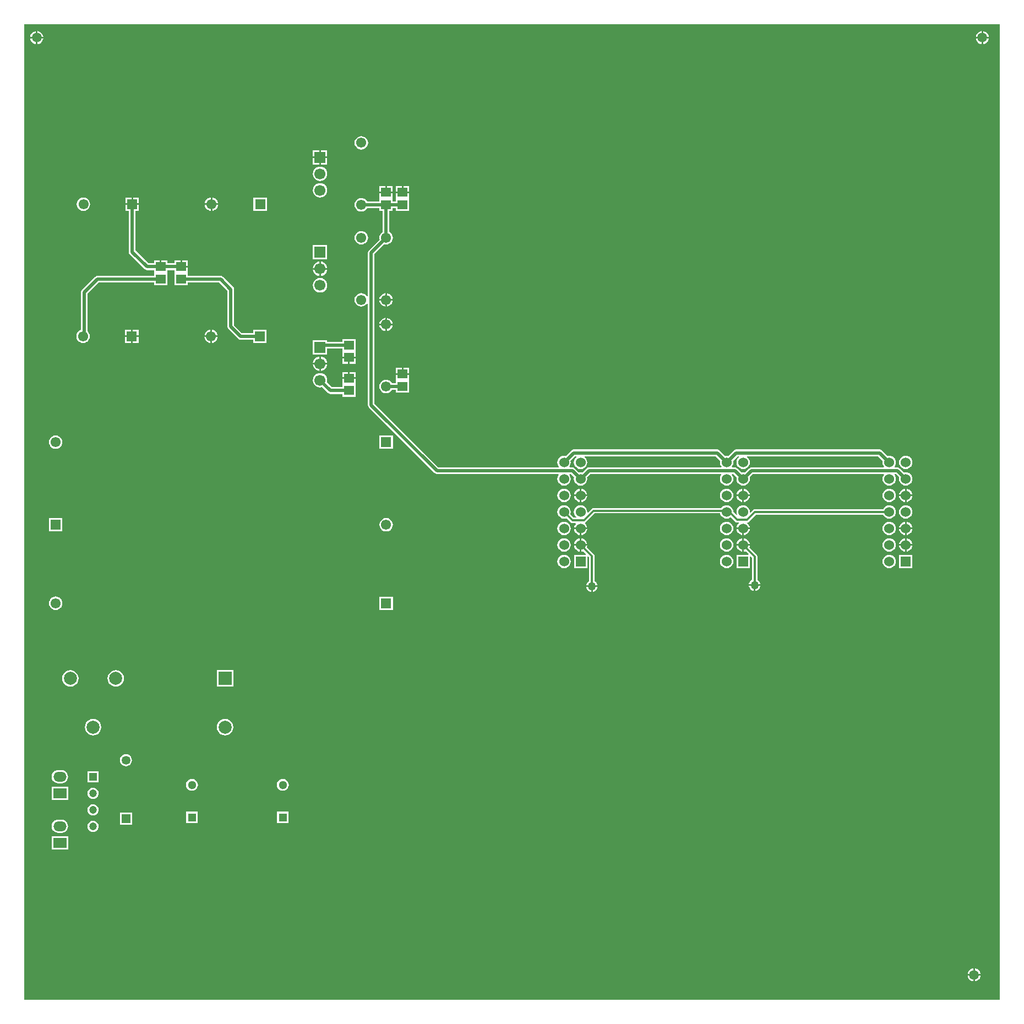
<source format=gtl>
G04*
G04 #@! TF.GenerationSoftware,Altium Limited,Altium Designer,20.0.14 (345)*
G04*
G04 Layer_Physical_Order=1*
G04 Layer_Color=255*
%FSLAX25Y25*%
%MOIN*%
G70*
G01*
G75*
%ADD16C,0.05118*%
%ADD17R,0.05118X0.05118*%
%ADD18C,0.06102*%
%ADD19R,0.06102X0.06102*%
%ADD21C,0.07874*%
%ADD22R,0.07874X0.07874*%
%ADD25C,0.04724*%
%ADD26R,0.04724X0.04724*%
%ADD35R,0.05906X0.05512*%
%ADD36C,0.02000*%
%ADD37C,0.01900*%
%ADD38C,0.01200*%
%ADD39C,0.05315*%
%ADD40R,0.05315X0.05315*%
%ADD41C,0.06024*%
%ADD42R,0.06024X0.06024*%
%ADD43R,0.07874X0.05937*%
%ADD44O,0.07874X0.05937*%
%ADD45C,0.06693*%
%ADD46R,0.06693X0.06693*%
%ADD47C,0.05000*%
%ADD48C,0.05906*%
G36*
X590551Y0D02*
X0D01*
X-0Y590551D01*
X590551D01*
X590551Y0D01*
D02*
G37*
%LPC*%
G36*
X580500Y586421D02*
Y583000D01*
X583921D01*
X583851Y583532D01*
X583453Y584493D01*
X582819Y585319D01*
X581993Y585953D01*
X581032Y586351D01*
X580500Y586421D01*
D02*
G37*
G36*
X579500D02*
X578968Y586351D01*
X578007Y585953D01*
X577181Y585319D01*
X576547Y584493D01*
X576149Y583532D01*
X576079Y583000D01*
X579500D01*
Y586421D01*
D02*
G37*
G36*
X8000D02*
Y583000D01*
X11421D01*
X11351Y583532D01*
X10953Y584493D01*
X10319Y585319D01*
X9493Y585953D01*
X8532Y586351D01*
X8000Y586421D01*
D02*
G37*
G36*
X7000D02*
X6468Y586351D01*
X5507Y585953D01*
X4681Y585319D01*
X4047Y584493D01*
X3649Y583532D01*
X3579Y583000D01*
X7000D01*
Y586421D01*
D02*
G37*
G36*
X583921Y582000D02*
X580500D01*
Y578579D01*
X581032Y578649D01*
X581993Y579047D01*
X582819Y579681D01*
X583453Y580507D01*
X583851Y581468D01*
X583921Y582000D01*
D02*
G37*
G36*
X579500D02*
X576079D01*
X576149Y581468D01*
X576547Y580507D01*
X577181Y579681D01*
X578007Y579047D01*
X578968Y578649D01*
X579500Y578579D01*
Y582000D01*
D02*
G37*
G36*
X11421D02*
X8000D01*
Y578579D01*
X8532Y578649D01*
X9493Y579047D01*
X10319Y579681D01*
X10953Y580507D01*
X11351Y581468D01*
X11421Y582000D01*
D02*
G37*
G36*
X7000D02*
X3579D01*
X3649Y581468D01*
X4047Y580507D01*
X4681Y579681D01*
X5507Y579047D01*
X6468Y578649D01*
X7000Y578579D01*
Y582000D01*
D02*
G37*
G36*
X204000Y522866D02*
X202942Y522726D01*
X201957Y522318D01*
X201111Y521669D01*
X200461Y520823D01*
X200053Y519837D01*
X199914Y518780D01*
X200053Y517722D01*
X200461Y516737D01*
X201111Y515890D01*
X201957Y515241D01*
X202942Y514833D01*
X204000Y514693D01*
X205058Y514833D01*
X206043Y515241D01*
X206889Y515890D01*
X207539Y516737D01*
X207947Y517722D01*
X208086Y518780D01*
X207947Y519837D01*
X207539Y520823D01*
X206889Y521669D01*
X206043Y522318D01*
X205058Y522726D01*
X204000Y522866D01*
D02*
G37*
G36*
X183346Y514347D02*
X179500D01*
Y510500D01*
X183346D01*
Y514347D01*
D02*
G37*
G36*
X178500D02*
X174653D01*
Y510500D01*
X178500D01*
Y514347D01*
D02*
G37*
G36*
X183346Y509500D02*
X179500D01*
Y505653D01*
X183346D01*
Y509500D01*
D02*
G37*
G36*
X178500D02*
X174653D01*
Y505653D01*
X178500D01*
Y509500D01*
D02*
G37*
G36*
X179000Y504384D02*
X177865Y504235D01*
X176808Y503797D01*
X175900Y503100D01*
X175203Y502192D01*
X174765Y501135D01*
X174616Y500000D01*
X174765Y498865D01*
X175203Y497808D01*
X175900Y496900D01*
X176808Y496203D01*
X177865Y495765D01*
X179000Y495616D01*
X180135Y495765D01*
X181192Y496203D01*
X182100Y496900D01*
X182797Y497808D01*
X183235Y498865D01*
X183384Y500000D01*
X183235Y501135D01*
X182797Y502192D01*
X182100Y503100D01*
X181192Y503797D01*
X180135Y504235D01*
X179000Y504384D01*
D02*
G37*
G36*
X222953Y492496D02*
X219500D01*
Y489240D01*
X222953D01*
Y492496D01*
D02*
G37*
G36*
X218500D02*
X215047D01*
Y489240D01*
X218500D01*
Y492496D01*
D02*
G37*
G36*
X232953Y492496D02*
X229500D01*
Y489240D01*
X232953D01*
Y492496D01*
D02*
G37*
G36*
X228500D02*
X225047D01*
Y489240D01*
X228500D01*
Y492496D01*
D02*
G37*
G36*
X179000Y494384D02*
X177865Y494235D01*
X176808Y493797D01*
X175900Y493100D01*
X175203Y492192D01*
X174765Y491135D01*
X174616Y490000D01*
X174765Y488865D01*
X175203Y487808D01*
X175900Y486900D01*
X176808Y486203D01*
X177865Y485765D01*
X179000Y485616D01*
X180135Y485765D01*
X181192Y486203D01*
X182100Y486900D01*
X182797Y487808D01*
X183235Y488865D01*
X183384Y490000D01*
X183235Y491135D01*
X182797Y492192D01*
X182100Y493100D01*
X181192Y493797D01*
X180135Y494235D01*
X179000Y494384D01*
D02*
G37*
G36*
X222953Y488240D02*
X219000D01*
X215047D01*
Y484984D01*
Y483209D01*
X207561D01*
X207539Y483263D01*
X206889Y484110D01*
X206043Y484759D01*
X205058Y485167D01*
X204000Y485307D01*
X202942Y485167D01*
X201957Y484759D01*
X201111Y484110D01*
X200461Y483263D01*
X200053Y482278D01*
X199914Y481220D01*
X200053Y480163D01*
X200461Y479177D01*
X201111Y478331D01*
X201957Y477682D01*
X202942Y477274D01*
X204000Y477134D01*
X205058Y477274D01*
X206043Y477682D01*
X206889Y478331D01*
X207539Y479177D01*
X207561Y479232D01*
X215047D01*
Y477504D01*
X217012D01*
Y464841D01*
X216957Y464818D01*
X216111Y464169D01*
X215461Y463323D01*
X215053Y462337D01*
X214914Y461279D01*
X215053Y460222D01*
X215076Y460167D01*
X208594Y453685D01*
X208163Y453040D01*
X208012Y452280D01*
Y426088D01*
X207566Y425797D01*
X207512Y425799D01*
X206889Y426610D01*
X206043Y427259D01*
X205058Y427667D01*
X204000Y427807D01*
X202942Y427667D01*
X201957Y427259D01*
X201111Y426610D01*
X200461Y425764D01*
X200053Y424778D01*
X199914Y423721D01*
X200053Y422663D01*
X200461Y421677D01*
X201111Y420831D01*
X201957Y420182D01*
X202942Y419774D01*
X204000Y419634D01*
X205058Y419774D01*
X206043Y420182D01*
X206889Y420831D01*
X207512Y421642D01*
X207566Y421644D01*
X208012Y421352D01*
Y360000D01*
X208163Y359239D01*
X208594Y358594D01*
X248331Y318857D01*
X248976Y318426D01*
X249737Y318275D01*
X322763D01*
X322763Y318275D01*
X323386D01*
X323633Y317775D01*
X323267Y317299D01*
X322863Y316323D01*
X322725Y315276D01*
X322863Y314228D01*
X323267Y313252D01*
X323910Y312414D01*
X324748Y311771D01*
X325724Y311367D01*
X326772Y311229D01*
X327819Y311367D01*
X328795Y311771D01*
X329633Y312414D01*
X330276Y313252D01*
X330680Y314228D01*
X330818Y315276D01*
X330680Y316323D01*
X330276Y317299D01*
X329911Y317775D01*
X330157Y318275D01*
X330961D01*
X332878Y316358D01*
X332863Y316323D01*
X332725Y315276D01*
X332863Y314228D01*
X333267Y313252D01*
X333910Y312414D01*
X334748Y311771D01*
X335724Y311367D01*
X336772Y311229D01*
X337819Y311367D01*
X338795Y311771D01*
X339633Y312414D01*
X340276Y313252D01*
X340680Y314228D01*
X340818Y315276D01*
X340680Y316323D01*
X340666Y316358D01*
X342583Y318275D01*
X421811D01*
X422058Y317775D01*
X421693Y317299D01*
X421288Y316323D01*
X421150Y315276D01*
X421288Y314228D01*
X421693Y313252D01*
X422336Y312414D01*
X423174Y311771D01*
X424150Y311367D01*
X425197Y311229D01*
X426244Y311367D01*
X427220Y311771D01*
X428058Y312414D01*
X428701Y313252D01*
X429105Y314228D01*
X429243Y315276D01*
X429105Y316323D01*
X428701Y317299D01*
X428336Y317775D01*
X428582Y318275D01*
X429386D01*
X431303Y316358D01*
X431288Y316323D01*
X431150Y315276D01*
X431288Y314228D01*
X431693Y313252D01*
X432336Y312414D01*
X433174Y311771D01*
X434150Y311367D01*
X435197Y311229D01*
X436244Y311367D01*
X437220Y311771D01*
X438058Y312414D01*
X438701Y313252D01*
X439105Y314228D01*
X439243Y315276D01*
X439105Y316323D01*
X439091Y316358D01*
X441008Y318275D01*
X520236D01*
X520483Y317775D01*
X520118Y317299D01*
X519713Y316323D01*
X519576Y315276D01*
X519713Y314228D01*
X520118Y313252D01*
X520761Y312414D01*
X521599Y311771D01*
X522575Y311367D01*
X523622Y311229D01*
X524669Y311367D01*
X525645Y311771D01*
X526483Y312414D01*
X527126Y313252D01*
X527531Y314228D01*
X527669Y315276D01*
X527531Y316323D01*
X527126Y317299D01*
X526761Y317775D01*
X527008Y318275D01*
X527811D01*
X529728Y316358D01*
X529713Y316323D01*
X529576Y315276D01*
X529713Y314228D01*
X530118Y313252D01*
X530761Y312414D01*
X531599Y311771D01*
X532575Y311367D01*
X533622Y311229D01*
X534669Y311367D01*
X535645Y311771D01*
X536483Y312414D01*
X537126Y313252D01*
X537531Y314228D01*
X537669Y315276D01*
X537531Y316323D01*
X537126Y317299D01*
X536483Y318137D01*
X535645Y318780D01*
X534669Y319184D01*
X533622Y319322D01*
X532575Y319184D01*
X532540Y319170D01*
X530041Y321669D01*
X529395Y322100D01*
X528635Y322251D01*
X526988D01*
X526742Y322751D01*
X527126Y323252D01*
X527531Y324228D01*
X527669Y325276D01*
X527531Y326323D01*
X527126Y327299D01*
X526483Y328137D01*
X525645Y328780D01*
X524669Y329184D01*
X523622Y329322D01*
X522595Y329187D01*
X519277Y332505D01*
X518615Y332947D01*
X517835Y333102D01*
X430984D01*
X430204Y332947D01*
X429542Y332505D01*
X426224Y329187D01*
X425197Y329322D01*
X424169Y329187D01*
X420851Y332505D01*
X420190Y332947D01*
X419410Y333102D01*
X332559D01*
X331779Y332947D01*
X331117Y332505D01*
X327799Y329187D01*
X326772Y329322D01*
X325724Y329184D01*
X324748Y328780D01*
X323910Y328137D01*
X323267Y327299D01*
X322863Y326323D01*
X322725Y325276D01*
X322863Y324228D01*
X323267Y323252D01*
X323652Y322751D01*
X323405Y322251D01*
X322763D01*
X322763Y322251D01*
X250561D01*
X211988Y360823D01*
Y451456D01*
X217888Y457355D01*
X217942Y457333D01*
X219000Y457193D01*
X220058Y457333D01*
X221043Y457741D01*
X221889Y458390D01*
X222539Y459236D01*
X222947Y460222D01*
X223086Y461279D01*
X222947Y462337D01*
X222539Y463323D01*
X221889Y464169D01*
X221043Y464818D01*
X220988Y464841D01*
Y477504D01*
X222953D01*
Y479272D01*
X225047D01*
Y477504D01*
X232953D01*
Y484984D01*
Y488240D01*
X225047D01*
Y484984D01*
Y483248D01*
X222953D01*
Y484984D01*
Y488240D01*
D02*
G37*
G36*
X69331Y485665D02*
X65780D01*
Y482114D01*
X69331D01*
Y485665D01*
D02*
G37*
G36*
X113752Y485635D02*
Y482114D01*
X117272D01*
X117199Y482672D01*
X116791Y483657D01*
X116141Y484504D01*
X115295Y485153D01*
X114310Y485561D01*
X113752Y485635D01*
D02*
G37*
G36*
X112752Y485635D02*
X112194Y485561D01*
X111209Y485153D01*
X110363Y484504D01*
X109713Y483657D01*
X109305Y482672D01*
X109232Y482114D01*
X112752D01*
Y485635D01*
D02*
G37*
G36*
X64780Y485665D02*
X61228D01*
Y482114D01*
X64780D01*
Y485665D01*
D02*
G37*
G36*
X112752Y481114D02*
X109232D01*
X109305Y480557D01*
X109713Y479571D01*
X110363Y478725D01*
X111209Y478076D01*
X112194Y477667D01*
X112752Y477594D01*
Y481114D01*
D02*
G37*
G36*
X117272D02*
X113752D01*
Y477594D01*
X114310Y477667D01*
X115295Y478076D01*
X116141Y478725D01*
X116791Y479571D01*
X117199Y480557D01*
X117272Y481114D01*
D02*
G37*
G36*
X146831Y485665D02*
X138728D01*
Y477563D01*
X146831D01*
Y485665D01*
D02*
G37*
G36*
X35752Y485700D02*
X34694Y485561D01*
X33709Y485153D01*
X32863Y484504D01*
X32213Y483657D01*
X31805Y482672D01*
X31666Y481614D01*
X31805Y480557D01*
X32213Y479571D01*
X32863Y478725D01*
X33709Y478076D01*
X34694Y477667D01*
X35752Y477528D01*
X36810Y477667D01*
X37795Y478076D01*
X38641Y478725D01*
X39291Y479571D01*
X39699Y480557D01*
X39838Y481614D01*
X39699Y482672D01*
X39291Y483657D01*
X38641Y484504D01*
X37795Y485153D01*
X36810Y485561D01*
X35752Y485700D01*
D02*
G37*
G36*
X204000Y465366D02*
X202942Y465226D01*
X201957Y464818D01*
X201111Y464169D01*
X200461Y463323D01*
X200053Y462337D01*
X199914Y461279D01*
X200053Y460222D01*
X200461Y459236D01*
X201111Y458390D01*
X201957Y457741D01*
X202942Y457333D01*
X204000Y457193D01*
X205058Y457333D01*
X206043Y457741D01*
X206889Y458390D01*
X207539Y459236D01*
X207947Y460222D01*
X208086Y461279D01*
X207947Y462337D01*
X207539Y463323D01*
X206889Y464169D01*
X206043Y464818D01*
X205058Y465226D01*
X204000Y465366D01*
D02*
G37*
G36*
X183346Y456847D02*
X174653D01*
Y448153D01*
X183346D01*
Y456847D01*
D02*
G37*
G36*
X98953Y447496D02*
X95500D01*
Y444240D01*
X98953D01*
Y447496D01*
D02*
G37*
G36*
X179500Y446818D02*
Y443000D01*
X183318D01*
X183235Y443635D01*
X182797Y444692D01*
X182100Y445600D01*
X181192Y446297D01*
X180135Y446735D01*
X179500Y446818D01*
D02*
G37*
G36*
X178500D02*
X177865Y446735D01*
X176808Y446297D01*
X175900Y445600D01*
X175203Y444692D01*
X174765Y443635D01*
X174682Y443000D01*
X178500D01*
Y446818D01*
D02*
G37*
G36*
X183318Y442000D02*
X179500D01*
Y438182D01*
X180135Y438265D01*
X181192Y438703D01*
X182100Y439400D01*
X182797Y440308D01*
X183235Y441365D01*
X183318Y442000D01*
D02*
G37*
G36*
X178500D02*
X174682D01*
X174765Y441365D01*
X175203Y440308D01*
X175900Y439400D01*
X176808Y438703D01*
X177865Y438265D01*
X178500Y438182D01*
Y442000D01*
D02*
G37*
G36*
X179000Y436884D02*
X177865Y436735D01*
X176808Y436297D01*
X175900Y435600D01*
X175203Y434692D01*
X174765Y433635D01*
X174616Y432500D01*
X174765Y431365D01*
X175203Y430308D01*
X175900Y429400D01*
X176808Y428703D01*
X177865Y428265D01*
X179000Y428116D01*
X180135Y428265D01*
X181192Y428703D01*
X182100Y429400D01*
X182797Y430308D01*
X183235Y431365D01*
X183384Y432500D01*
X183235Y433635D01*
X182797Y434692D01*
X182100Y435600D01*
X181192Y436297D01*
X180135Y436735D01*
X179000Y436884D01*
D02*
G37*
G36*
X219500Y427741D02*
Y424221D01*
X223020D01*
X222947Y424778D01*
X222539Y425764D01*
X221889Y426610D01*
X221043Y427259D01*
X220058Y427667D01*
X219500Y427741D01*
D02*
G37*
G36*
X218500Y427741D02*
X217942Y427667D01*
X216957Y427259D01*
X216111Y426610D01*
X215461Y425764D01*
X215053Y424778D01*
X214980Y424221D01*
X218500D01*
Y427741D01*
D02*
G37*
G36*
X223020Y423220D02*
X219500D01*
Y419700D01*
X220058Y419774D01*
X221043Y420182D01*
X221889Y420831D01*
X222539Y421677D01*
X222947Y422663D01*
X223020Y423220D01*
D02*
G37*
G36*
X218500D02*
X214980D01*
X215053Y422663D01*
X215461Y421677D01*
X216111Y420831D01*
X216957Y420182D01*
X217942Y419774D01*
X218500Y419700D01*
Y423220D01*
D02*
G37*
G36*
X219500Y412800D02*
Y409279D01*
X223020D01*
X222947Y409837D01*
X222539Y410823D01*
X221889Y411669D01*
X221043Y412318D01*
X220058Y412726D01*
X219500Y412800D01*
D02*
G37*
G36*
X218500Y412800D02*
X217942Y412726D01*
X216957Y412318D01*
X216111Y411669D01*
X215461Y410823D01*
X215053Y409837D01*
X214980Y409279D01*
X218500D01*
Y412800D01*
D02*
G37*
G36*
Y408280D02*
X214980D01*
X215053Y407722D01*
X215461Y406737D01*
X216111Y405890D01*
X216957Y405241D01*
X217942Y404833D01*
X218500Y404759D01*
Y408280D01*
D02*
G37*
G36*
X223020D02*
X219500D01*
Y404759D01*
X220058Y404833D01*
X221043Y405241D01*
X221889Y405890D01*
X222539Y406737D01*
X222947Y407722D01*
X223020Y408280D01*
D02*
G37*
G36*
X113516Y405634D02*
Y402114D01*
X117036D01*
X116963Y402672D01*
X116554Y403657D01*
X115905Y404503D01*
X115059Y405153D01*
X114073Y405561D01*
X113516Y405634D01*
D02*
G37*
G36*
X69095Y405665D02*
X65543D01*
Y402114D01*
X69095D01*
Y405665D01*
D02*
G37*
G36*
X112516Y405634D02*
X111958Y405561D01*
X110973Y405153D01*
X110126Y404503D01*
X109477Y403657D01*
X109069Y402672D01*
X108995Y402114D01*
X112516D01*
Y405634D01*
D02*
G37*
G36*
X64543Y405665D02*
X60992D01*
Y402114D01*
X64543D01*
Y405665D01*
D02*
G37*
G36*
X200453Y399996D02*
X192547D01*
Y398228D01*
X183346D01*
Y399346D01*
X174653D01*
Y390653D01*
X183346D01*
Y394252D01*
X192547D01*
Y392484D01*
Y389260D01*
X196500D01*
X200453D01*
Y392484D01*
Y399996D01*
D02*
G37*
G36*
X117036Y401114D02*
X113516D01*
Y397594D01*
X114073Y397667D01*
X115059Y398076D01*
X115905Y398725D01*
X116554Y399571D01*
X116963Y400557D01*
X117036Y401114D01*
D02*
G37*
G36*
X112516D02*
X108995D01*
X109069Y400557D01*
X109477Y399571D01*
X110126Y398725D01*
X110973Y398076D01*
X111958Y397667D01*
X112516Y397594D01*
Y401114D01*
D02*
G37*
G36*
X69331Y481114D02*
X65280D01*
X61228D01*
Y477563D01*
X63240D01*
Y452720D01*
X63396Y451940D01*
X63838Y451279D01*
X72818Y442298D01*
X73479Y441856D01*
X74260Y441701D01*
X78547D01*
Y438299D01*
X44260D01*
X43479Y438144D01*
X42818Y437702D01*
X34878Y429762D01*
X34436Y429100D01*
X34281Y428320D01*
Y405488D01*
X33473Y405153D01*
X32626Y404503D01*
X31977Y403657D01*
X31569Y402672D01*
X31430Y401614D01*
X31569Y400557D01*
X31977Y399571D01*
X32626Y398725D01*
X33473Y398076D01*
X34458Y397667D01*
X35516Y397528D01*
X36573Y397667D01*
X37559Y398076D01*
X38405Y398725D01*
X39055Y399571D01*
X39463Y400557D01*
X39602Y401614D01*
X39463Y402672D01*
X39055Y403657D01*
X38405Y404503D01*
X38359Y404539D01*
Y427475D01*
X45105Y434221D01*
X78547D01*
Y432504D01*
X86453D01*
Y439984D01*
Y441701D01*
X91047D01*
Y439984D01*
Y432504D01*
X98953D01*
Y434221D01*
X117895D01*
X122961Y429155D01*
Y407500D01*
X123116Y406720D01*
X123558Y406058D01*
X129444Y400172D01*
X130105Y399730D01*
X130886Y399575D01*
X130886Y399575D01*
X138492D01*
Y397563D01*
X146595D01*
Y405665D01*
X138492D01*
Y403653D01*
X131730D01*
X127039Y408345D01*
Y430000D01*
X126884Y430780D01*
X126442Y431442D01*
X126442Y431442D01*
X120182Y437702D01*
X119520Y438144D01*
X118740Y438299D01*
X98953D01*
Y439984D01*
Y443240D01*
X95000D01*
Y443740D01*
X94500D01*
Y447496D01*
X91047D01*
Y445779D01*
X86453D01*
Y447496D01*
X83000D01*
Y443740D01*
X82000D01*
Y447496D01*
X78547D01*
Y445779D01*
X75104D01*
X67319Y453565D01*
Y477563D01*
X69331D01*
Y481114D01*
D02*
G37*
G36*
X69095Y401114D02*
X65543D01*
Y397563D01*
X69095D01*
Y401114D01*
D02*
G37*
G36*
X64543D02*
X60992D01*
Y397563D01*
X64543D01*
Y401114D01*
D02*
G37*
G36*
X179500Y389318D02*
Y385500D01*
X183318D01*
X183235Y386135D01*
X182797Y387192D01*
X182100Y388100D01*
X181192Y388797D01*
X180135Y389235D01*
X179500Y389318D01*
D02*
G37*
G36*
X178500D02*
X177865Y389235D01*
X176808Y388797D01*
X175900Y388100D01*
X175203Y387192D01*
X174765Y386135D01*
X174682Y385500D01*
X178500D01*
Y389318D01*
D02*
G37*
G36*
X200453Y388260D02*
X197000D01*
Y385004D01*
X200453D01*
Y388260D01*
D02*
G37*
G36*
X196000D02*
X192547D01*
Y385004D01*
X196000D01*
Y388260D01*
D02*
G37*
G36*
X183318Y384500D02*
X179500D01*
Y380682D01*
X180135Y380765D01*
X181192Y381203D01*
X182100Y381900D01*
X182797Y382808D01*
X183235Y383865D01*
X183318Y384500D01*
D02*
G37*
G36*
X178500D02*
X174682D01*
X174765Y383865D01*
X175203Y382808D01*
X175900Y381900D01*
X176808Y381203D01*
X177865Y380765D01*
X178500Y380682D01*
Y384500D01*
D02*
G37*
G36*
X232953Y382496D02*
X229500D01*
Y379240D01*
X232953D01*
Y382496D01*
D02*
G37*
G36*
X228500D02*
X225047D01*
Y379240D01*
X228500D01*
Y382496D01*
D02*
G37*
G36*
X200453Y379996D02*
X197000D01*
Y376740D01*
X200453D01*
Y379996D01*
D02*
G37*
G36*
X196000D02*
X192547D01*
Y376740D01*
X196000D01*
Y379996D01*
D02*
G37*
G36*
X232953Y378240D02*
X225047D01*
Y374984D01*
Y373248D01*
X222545D01*
X222539Y373264D01*
X221889Y374110D01*
X221043Y374759D01*
X220058Y375167D01*
X219000Y375307D01*
X217942Y375167D01*
X216957Y374759D01*
X216111Y374110D01*
X215461Y373264D01*
X215053Y372278D01*
X214914Y371220D01*
X215053Y370163D01*
X215461Y369177D01*
X216111Y368331D01*
X216957Y367682D01*
X217942Y367274D01*
X219000Y367134D01*
X220058Y367274D01*
X221043Y367682D01*
X221889Y368331D01*
X222539Y369177D01*
X222578Y369272D01*
X225047D01*
Y367504D01*
X232953D01*
Y374984D01*
Y378240D01*
D02*
G37*
G36*
X179000Y379384D02*
X177865Y379235D01*
X176808Y378797D01*
X175900Y378100D01*
X175203Y377192D01*
X174765Y376135D01*
X174616Y375000D01*
X174765Y373865D01*
X175203Y372808D01*
X175900Y371900D01*
X176808Y371203D01*
X177865Y370765D01*
X179000Y370616D01*
X180135Y370765D01*
X180287Y370829D01*
X183798Y367318D01*
X183798Y367318D01*
X184460Y366876D01*
X185240Y366721D01*
X192547D01*
Y365004D01*
X200453D01*
Y372484D01*
Y375740D01*
X192547D01*
Y372484D01*
Y370799D01*
X186085D01*
X183171Y373713D01*
X183235Y373865D01*
X183384Y375000D01*
X183235Y376135D01*
X182797Y377192D01*
X182100Y378100D01*
X181192Y378797D01*
X180135Y379235D01*
X179000Y379384D01*
D02*
G37*
G36*
X223098Y341551D02*
X214996D01*
Y333449D01*
X223098D01*
Y341551D01*
D02*
G37*
G36*
X18953Y341586D02*
X17895Y341447D01*
X16910Y341039D01*
X16063Y340389D01*
X15414Y339543D01*
X15006Y338558D01*
X14867Y337500D01*
X15006Y336442D01*
X15414Y335457D01*
X16063Y334611D01*
X16910Y333961D01*
X17895Y333553D01*
X18953Y333414D01*
X20010Y333553D01*
X20996Y333961D01*
X21842Y334611D01*
X22491Y335457D01*
X22900Y336442D01*
X23039Y337500D01*
X22900Y338558D01*
X22491Y339543D01*
X21842Y340389D01*
X20996Y341039D01*
X20010Y341447D01*
X18953Y341586D01*
D02*
G37*
G36*
X533622Y329322D02*
X532575Y329184D01*
X531599Y328780D01*
X530761Y328137D01*
X530118Y327299D01*
X529713Y326323D01*
X529576Y325276D01*
X529713Y324228D01*
X530118Y323252D01*
X530761Y322414D01*
X531599Y321771D01*
X532575Y321367D01*
X533622Y321229D01*
X534669Y321367D01*
X535645Y321771D01*
X536483Y322414D01*
X537126Y323252D01*
X537531Y324228D01*
X537669Y325276D01*
X537531Y326323D01*
X537126Y327299D01*
X536483Y328137D01*
X535645Y328780D01*
X534669Y329184D01*
X533622Y329322D01*
D02*
G37*
G36*
X534122Y309256D02*
Y305776D01*
X537603D01*
X537531Y306323D01*
X537126Y307299D01*
X536483Y308137D01*
X535645Y308780D01*
X534669Y309184D01*
X534122Y309256D01*
D02*
G37*
G36*
X533122D02*
X532575Y309184D01*
X531599Y308780D01*
X530761Y308137D01*
X530118Y307299D01*
X529713Y306323D01*
X529641Y305776D01*
X533122D01*
Y309256D01*
D02*
G37*
G36*
X435697Y309256D02*
Y305776D01*
X439178D01*
X439105Y306323D01*
X438701Y307299D01*
X438058Y308137D01*
X437220Y308780D01*
X436244Y309184D01*
X435697Y309256D01*
D02*
G37*
G36*
X337272D02*
Y305776D01*
X340752D01*
X340680Y306323D01*
X340276Y307299D01*
X339633Y308137D01*
X338795Y308780D01*
X337819Y309184D01*
X337272Y309256D01*
D02*
G37*
G36*
X434697Y309256D02*
X434150Y309184D01*
X433174Y308780D01*
X432336Y308137D01*
X431693Y307299D01*
X431288Y306323D01*
X431216Y305776D01*
X434697D01*
Y309256D01*
D02*
G37*
G36*
X336272D02*
X335724Y309184D01*
X334748Y308780D01*
X333910Y308137D01*
X333267Y307299D01*
X332863Y306323D01*
X332791Y305776D01*
X336272D01*
Y309256D01*
D02*
G37*
G36*
X434697Y304776D02*
X431216D01*
X431288Y304228D01*
X431693Y303252D01*
X432336Y302414D01*
X433174Y301771D01*
X434150Y301367D01*
X434697Y301295D01*
Y304776D01*
D02*
G37*
G36*
X336272D02*
X332791D01*
X332863Y304228D01*
X333267Y303252D01*
X333910Y302414D01*
X334748Y301771D01*
X335724Y301367D01*
X336272Y301295D01*
Y304776D01*
D02*
G37*
G36*
X533122Y304776D02*
X529641D01*
X529713Y304228D01*
X530118Y303252D01*
X530761Y302414D01*
X531599Y301771D01*
X532575Y301367D01*
X533122Y301295D01*
Y304776D01*
D02*
G37*
G36*
X537603D02*
X534122D01*
Y301295D01*
X534669Y301367D01*
X535645Y301771D01*
X536483Y302414D01*
X537126Y303252D01*
X537531Y304228D01*
X537603Y304776D01*
D02*
G37*
G36*
X439178Y304776D02*
X435697D01*
Y301295D01*
X436244Y301367D01*
X437220Y301771D01*
X438058Y302414D01*
X438701Y303252D01*
X439105Y304228D01*
X439178Y304776D01*
D02*
G37*
G36*
X340752D02*
X337272D01*
Y301295D01*
X337819Y301367D01*
X338795Y301771D01*
X339633Y302414D01*
X340276Y303252D01*
X340680Y304228D01*
X340752Y304776D01*
D02*
G37*
G36*
X523622Y309322D02*
X522575Y309184D01*
X521599Y308780D01*
X520761Y308137D01*
X520118Y307299D01*
X519713Y306323D01*
X519576Y305276D01*
X519713Y304228D01*
X520118Y303252D01*
X520761Y302414D01*
X521599Y301771D01*
X522575Y301367D01*
X523622Y301229D01*
X524669Y301367D01*
X525645Y301771D01*
X526483Y302414D01*
X527126Y303252D01*
X527531Y304228D01*
X527669Y305276D01*
X527531Y306323D01*
X527126Y307299D01*
X526483Y308137D01*
X525645Y308780D01*
X524669Y309184D01*
X523622Y309322D01*
D02*
G37*
G36*
X425197D02*
X424150Y309184D01*
X423174Y308780D01*
X422336Y308137D01*
X421693Y307299D01*
X421288Y306323D01*
X421150Y305276D01*
X421288Y304228D01*
X421693Y303252D01*
X422336Y302414D01*
X423174Y301771D01*
X424150Y301367D01*
X425197Y301229D01*
X426244Y301367D01*
X427220Y301771D01*
X428058Y302414D01*
X428701Y303252D01*
X429105Y304228D01*
X429243Y305276D01*
X429105Y306323D01*
X428701Y307299D01*
X428058Y308137D01*
X427220Y308780D01*
X426244Y309184D01*
X425197Y309322D01*
D02*
G37*
G36*
X326772D02*
X325724Y309184D01*
X324748Y308780D01*
X323910Y308137D01*
X323267Y307299D01*
X322863Y306323D01*
X322725Y305276D01*
X322863Y304228D01*
X323267Y303252D01*
X323910Y302414D01*
X324748Y301771D01*
X325724Y301367D01*
X326772Y301229D01*
X327819Y301367D01*
X328795Y301771D01*
X329633Y302414D01*
X330276Y303252D01*
X330680Y304228D01*
X330818Y305276D01*
X330680Y306323D01*
X330276Y307299D01*
X329633Y308137D01*
X328795Y308780D01*
X327819Y309184D01*
X326772Y309322D01*
D02*
G37*
G36*
X523622Y299322D02*
X522575Y299184D01*
X521599Y298780D01*
X520761Y298137D01*
X520118Y297299D01*
X519955Y296907D01*
X442339D01*
X441714Y296783D01*
X441185Y296429D01*
X439674Y294918D01*
X439225Y295139D01*
X439243Y295276D01*
X439105Y296323D01*
X438701Y297299D01*
X438058Y298137D01*
X437220Y298780D01*
X436244Y299184D01*
X435197Y299322D01*
X434150Y299184D01*
X433174Y298780D01*
X432336Y298137D01*
X431693Y297299D01*
X431288Y296323D01*
X431150Y295276D01*
X431288Y294228D01*
X431510Y293693D01*
X431086Y293410D01*
X429241Y295255D01*
X429243Y295276D01*
X429105Y296323D01*
X428701Y297299D01*
X428058Y298137D01*
X427220Y298780D01*
X426244Y299184D01*
X425197Y299322D01*
X424150Y299184D01*
X423174Y298780D01*
X422336Y298137D01*
X421996Y297694D01*
X344611D01*
X343986Y297570D01*
X343457Y297217D01*
X341262Y295022D01*
X340968Y295167D01*
X340817Y295284D01*
X340680Y296323D01*
X340276Y297299D01*
X339633Y298137D01*
X338795Y298780D01*
X337819Y299184D01*
X336772Y299322D01*
X335724Y299184D01*
X334748Y298780D01*
X333910Y298137D01*
X333267Y297299D01*
X332863Y296323D01*
X332725Y295276D01*
X332863Y294228D01*
X333267Y293252D01*
X333910Y292414D01*
X334068Y292293D01*
X333908Y291820D01*
X332535D01*
X330518Y293836D01*
X330680Y294228D01*
X330818Y295276D01*
X330680Y296323D01*
X330276Y297299D01*
X329633Y298137D01*
X328795Y298780D01*
X327819Y299184D01*
X326772Y299322D01*
X325724Y299184D01*
X324748Y298780D01*
X323910Y298137D01*
X323267Y297299D01*
X322863Y296323D01*
X322725Y295276D01*
X322863Y294228D01*
X323267Y293252D01*
X323910Y292414D01*
X324748Y291771D01*
X325724Y291367D01*
X326772Y291229D01*
X327819Y291367D01*
X328211Y291529D01*
X330705Y289035D01*
X331235Y288681D01*
X331859Y288557D01*
X333714D01*
X333849Y288057D01*
X333267Y287299D01*
X332863Y286323D01*
X332791Y285776D01*
X336772D01*
X340752D01*
X340680Y286323D01*
X340276Y287299D01*
X339633Y288137D01*
X339501Y288238D01*
X339566Y288819D01*
X339889Y289035D01*
X345286Y294432D01*
X421262D01*
X421288Y294228D01*
X421693Y293252D01*
X422336Y292414D01*
X423174Y291771D01*
X424150Y291367D01*
X425197Y291229D01*
X426244Y291367D01*
X427220Y291771D01*
X427724Y292158D01*
X430531Y289351D01*
X431060Y288997D01*
X431685Y288873D01*
X432474D01*
X432643Y288373D01*
X432336Y288137D01*
X431693Y287299D01*
X431288Y286323D01*
X431216Y285776D01*
X435197D01*
Y285276D01*
D01*
Y285776D01*
X439178D01*
X439105Y286323D01*
X438701Y287299D01*
X438058Y288137D01*
X437723Y288394D01*
X437847Y288929D01*
X438192Y288997D01*
X438721Y289351D01*
X443014Y293644D01*
X519955D01*
X520118Y293252D01*
X520761Y292414D01*
X521599Y291771D01*
X522575Y291367D01*
X523622Y291229D01*
X524669Y291367D01*
X525645Y291771D01*
X526483Y292414D01*
X527126Y293252D01*
X527531Y294228D01*
X527669Y295276D01*
X527531Y296323D01*
X527126Y297299D01*
X526483Y298137D01*
X525645Y298780D01*
X524669Y299184D01*
X523622Y299322D01*
D02*
G37*
G36*
X533622D02*
X532575Y299184D01*
X531599Y298780D01*
X530761Y298137D01*
X530118Y297299D01*
X529713Y296323D01*
X529576Y295276D01*
X529713Y294228D01*
X530118Y293252D01*
X530761Y292414D01*
X531599Y291771D01*
X532575Y291367D01*
X533622Y291229D01*
X534669Y291367D01*
X535645Y291771D01*
X536483Y292414D01*
X537126Y293252D01*
X537531Y294228D01*
X537669Y295276D01*
X537531Y296323D01*
X537126Y297299D01*
X536483Y298137D01*
X535645Y298780D01*
X534669Y299184D01*
X533622Y299322D01*
D02*
G37*
G36*
X534122Y289256D02*
Y285776D01*
X537603D01*
X537531Y286323D01*
X537126Y287299D01*
X536483Y288137D01*
X535645Y288780D01*
X534669Y289184D01*
X534122Y289256D01*
D02*
G37*
G36*
X533122D02*
X532575Y289184D01*
X531599Y288780D01*
X530761Y288137D01*
X530118Y287299D01*
X529713Y286323D01*
X529641Y285776D01*
X533122D01*
Y289256D01*
D02*
G37*
G36*
X23004Y291551D02*
X14902D01*
Y283449D01*
X23004D01*
Y291551D01*
D02*
G37*
G36*
X219047Y291586D02*
X217990Y291447D01*
X217004Y291039D01*
X216158Y290389D01*
X215509Y289543D01*
X215100Y288558D01*
X214961Y287500D01*
X215100Y286442D01*
X215509Y285457D01*
X216158Y284611D01*
X217004Y283961D01*
X217990Y283553D01*
X219047Y283414D01*
X220105Y283553D01*
X221090Y283961D01*
X221937Y284611D01*
X222586Y285457D01*
X222994Y286442D01*
X223133Y287500D01*
X222994Y288558D01*
X222586Y289543D01*
X221937Y290389D01*
X221090Y291039D01*
X220105Y291447D01*
X219047Y291586D01*
D02*
G37*
G36*
X434697Y284776D02*
X431216D01*
X431288Y284228D01*
X431693Y283252D01*
X432336Y282414D01*
X433174Y281771D01*
X434150Y281367D01*
X434697Y281295D01*
Y284776D01*
D02*
G37*
G36*
X336272D02*
X332791D01*
X332863Y284228D01*
X333267Y283252D01*
X333910Y282414D01*
X334748Y281771D01*
X335724Y281367D01*
X336272Y281295D01*
Y284776D01*
D02*
G37*
G36*
X533122Y284776D02*
X529641D01*
X529713Y284228D01*
X530118Y283252D01*
X530761Y282414D01*
X531599Y281771D01*
X532575Y281367D01*
X533122Y281295D01*
Y284776D01*
D02*
G37*
G36*
X537603D02*
X534122D01*
Y281295D01*
X534669Y281367D01*
X535645Y281771D01*
X536483Y282414D01*
X537126Y283252D01*
X537531Y284228D01*
X537603Y284776D01*
D02*
G37*
G36*
X439178Y284776D02*
X435697D01*
Y281295D01*
X436244Y281367D01*
X437220Y281771D01*
X438058Y282414D01*
X438701Y283252D01*
X439105Y284228D01*
X439178Y284776D01*
D02*
G37*
G36*
X340752D02*
X337272D01*
Y281295D01*
X337819Y281367D01*
X338795Y281771D01*
X339633Y282414D01*
X340276Y283252D01*
X340680Y284228D01*
X340752Y284776D01*
D02*
G37*
G36*
X523622Y289322D02*
X522575Y289184D01*
X521599Y288780D01*
X520761Y288137D01*
X520118Y287299D01*
X519713Y286323D01*
X519576Y285276D01*
X519713Y284228D01*
X520118Y283252D01*
X520761Y282414D01*
X521599Y281771D01*
X522575Y281367D01*
X523622Y281229D01*
X524669Y281367D01*
X525645Y281771D01*
X526483Y282414D01*
X527126Y283252D01*
X527531Y284228D01*
X527669Y285276D01*
X527531Y286323D01*
X527126Y287299D01*
X526483Y288137D01*
X525645Y288780D01*
X524669Y289184D01*
X523622Y289322D01*
D02*
G37*
G36*
X425197D02*
X424150Y289184D01*
X423174Y288780D01*
X422336Y288137D01*
X421693Y287299D01*
X421288Y286323D01*
X421150Y285276D01*
X421288Y284228D01*
X421693Y283252D01*
X422336Y282414D01*
X423174Y281771D01*
X424150Y281367D01*
X425197Y281229D01*
X426244Y281367D01*
X427220Y281771D01*
X428058Y282414D01*
X428701Y283252D01*
X429105Y284228D01*
X429243Y285276D01*
X429105Y286323D01*
X428701Y287299D01*
X428058Y288137D01*
X427220Y288780D01*
X426244Y289184D01*
X425197Y289322D01*
D02*
G37*
G36*
X326772D02*
X325724Y289184D01*
X324748Y288780D01*
X323910Y288137D01*
X323267Y287299D01*
X322863Y286323D01*
X322725Y285276D01*
X322863Y284228D01*
X323267Y283252D01*
X323910Y282414D01*
X324748Y281771D01*
X325724Y281367D01*
X326772Y281229D01*
X327819Y281367D01*
X328795Y281771D01*
X329633Y282414D01*
X330276Y283252D01*
X330680Y284228D01*
X330818Y285276D01*
X330680Y286323D01*
X330276Y287299D01*
X329633Y288137D01*
X328795Y288780D01*
X327819Y289184D01*
X326772Y289322D01*
D02*
G37*
G36*
X534122Y279256D02*
Y275776D01*
X537603D01*
X537531Y276323D01*
X537126Y277299D01*
X536483Y278137D01*
X535645Y278780D01*
X534669Y279184D01*
X534122Y279256D01*
D02*
G37*
G36*
X533122D02*
X532575Y279184D01*
X531599Y278780D01*
X530761Y278137D01*
X530118Y277299D01*
X529713Y276323D01*
X529641Y275776D01*
X533122D01*
Y279256D01*
D02*
G37*
G36*
X435697Y279256D02*
Y275776D01*
X439178D01*
X439105Y276323D01*
X438701Y277299D01*
X438058Y278137D01*
X437220Y278780D01*
X436244Y279184D01*
X435697Y279256D01*
D02*
G37*
G36*
X337272D02*
Y275776D01*
X340752D01*
X340680Y276323D01*
X340276Y277299D01*
X339633Y278137D01*
X338795Y278780D01*
X337819Y279184D01*
X337272Y279256D01*
D02*
G37*
G36*
X434697Y279256D02*
X434150Y279184D01*
X433174Y278780D01*
X432336Y278137D01*
X431693Y277299D01*
X431288Y276323D01*
X431216Y275776D01*
X434697D01*
Y279256D01*
D02*
G37*
G36*
X336272D02*
X335724Y279184D01*
X334748Y278780D01*
X333910Y278137D01*
X333267Y277299D01*
X332863Y276323D01*
X332791Y275776D01*
X336272D01*
Y279256D01*
D02*
G37*
G36*
X533622Y275276D02*
D01*
D01*
D01*
D02*
G37*
G36*
X434697Y274776D02*
X431216D01*
X431288Y274228D01*
X431693Y273252D01*
X432336Y272414D01*
X433174Y271771D01*
X434150Y271367D01*
X434697Y271295D01*
Y274776D01*
D02*
G37*
G36*
X336272D02*
X332791D01*
X332863Y274228D01*
X333267Y273252D01*
X333910Y272414D01*
X334748Y271771D01*
X335724Y271367D01*
X336272Y271295D01*
Y274776D01*
D02*
G37*
G36*
X533122Y274776D02*
X529641D01*
X529713Y274228D01*
X530118Y273252D01*
X530761Y272414D01*
X531599Y271771D01*
X532575Y271367D01*
X533122Y271295D01*
Y274776D01*
D02*
G37*
G36*
X537603D02*
X534122D01*
Y271295D01*
X534669Y271367D01*
X535645Y271771D01*
X536483Y272414D01*
X537126Y273252D01*
X537531Y274228D01*
X537603Y274776D01*
D02*
G37*
G36*
X523622Y279322D02*
X522575Y279184D01*
X521599Y278780D01*
X520761Y278137D01*
X520118Y277299D01*
X519713Y276323D01*
X519576Y275276D01*
X519713Y274228D01*
X520118Y273252D01*
X520761Y272414D01*
X521599Y271771D01*
X522575Y271367D01*
X523622Y271229D01*
X524669Y271367D01*
X525645Y271771D01*
X526483Y272414D01*
X527126Y273252D01*
X527531Y274228D01*
X527669Y275276D01*
X527531Y276323D01*
X527126Y277299D01*
X526483Y278137D01*
X525645Y278780D01*
X524669Y279184D01*
X523622Y279322D01*
D02*
G37*
G36*
X425197D02*
X424150Y279184D01*
X423174Y278780D01*
X422336Y278137D01*
X421693Y277299D01*
X421288Y276323D01*
X421150Y275276D01*
X421288Y274228D01*
X421693Y273252D01*
X422336Y272414D01*
X423174Y271771D01*
X424150Y271367D01*
X425197Y271229D01*
X426244Y271367D01*
X427220Y271771D01*
X428058Y272414D01*
X428701Y273252D01*
X429105Y274228D01*
X429243Y275276D01*
X429105Y276323D01*
X428701Y277299D01*
X428058Y278137D01*
X427220Y278780D01*
X426244Y279184D01*
X425197Y279322D01*
D02*
G37*
G36*
X326772D02*
X325724Y279184D01*
X324748Y278780D01*
X323910Y278137D01*
X323267Y277299D01*
X322863Y276323D01*
X322725Y275276D01*
X322863Y274228D01*
X323267Y273252D01*
X323910Y272414D01*
X324748Y271771D01*
X325724Y271367D01*
X326772Y271229D01*
X327819Y271367D01*
X328795Y271771D01*
X329633Y272414D01*
X330276Y273252D01*
X330680Y274228D01*
X330818Y275276D01*
X330680Y276323D01*
X330276Y277299D01*
X329633Y278137D01*
X328795Y278780D01*
X327819Y279184D01*
X326772Y279322D01*
D02*
G37*
G36*
X537634Y269287D02*
X529610D01*
Y261264D01*
X537634D01*
Y269287D01*
D02*
G37*
G36*
X523622Y269322D02*
X522575Y269184D01*
X521599Y268780D01*
X520761Y268137D01*
X520118Y267299D01*
X519713Y266323D01*
X519576Y265276D01*
X519713Y264228D01*
X520118Y263252D01*
X520761Y262414D01*
X521599Y261771D01*
X522575Y261367D01*
X523622Y261229D01*
X524669Y261367D01*
X525645Y261771D01*
X526483Y262414D01*
X527126Y263252D01*
X527531Y264228D01*
X527669Y265276D01*
X527531Y266323D01*
X527126Y267299D01*
X526483Y268137D01*
X525645Y268780D01*
X524669Y269184D01*
X523622Y269322D01*
D02*
G37*
G36*
X425197D02*
X424150Y269184D01*
X423174Y268780D01*
X422336Y268137D01*
X421693Y267299D01*
X421288Y266323D01*
X421150Y265276D01*
X421288Y264228D01*
X421693Y263252D01*
X422336Y262414D01*
X423174Y261771D01*
X424150Y261367D01*
X425197Y261229D01*
X426244Y261367D01*
X427220Y261771D01*
X428058Y262414D01*
X428701Y263252D01*
X429105Y264228D01*
X429243Y265276D01*
X429105Y266323D01*
X428701Y267299D01*
X428058Y268137D01*
X427220Y268780D01*
X426244Y269184D01*
X425197Y269322D01*
D02*
G37*
G36*
X326772D02*
X325724Y269184D01*
X324748Y268780D01*
X323910Y268137D01*
X323267Y267299D01*
X322863Y266323D01*
X322725Y265276D01*
X322863Y264228D01*
X323267Y263252D01*
X323910Y262414D01*
X324748Y261771D01*
X325724Y261367D01*
X326772Y261229D01*
X327819Y261367D01*
X328795Y261771D01*
X329633Y262414D01*
X330276Y263252D01*
X330680Y264228D01*
X330818Y265276D01*
X330680Y266323D01*
X330276Y267299D01*
X329633Y268137D01*
X328795Y268780D01*
X327819Y269184D01*
X326772Y269322D01*
D02*
G37*
G36*
X439178Y274776D02*
X435697D01*
Y271295D01*
X436244Y271367D01*
X436636Y271529D01*
X438416Y269749D01*
X438225Y269287D01*
X431185D01*
Y261264D01*
X439209D01*
Y268303D01*
X439671Y268495D01*
X440495Y267671D01*
Y254176D01*
X440361Y254120D01*
X439630Y253559D01*
X439069Y252828D01*
X438716Y251977D01*
X438662Y251563D01*
X445590D01*
X445536Y251977D01*
X445183Y252828D01*
X444622Y253559D01*
X443891Y254120D01*
X443757Y254176D01*
Y268347D01*
X443633Y268971D01*
X443280Y269500D01*
X438943Y273836D01*
X439105Y274228D01*
X439178Y274776D01*
D02*
G37*
G36*
X340752D02*
X337272D01*
Y271295D01*
X337819Y271367D01*
X338211Y271529D01*
X339991Y269749D01*
X339799Y269287D01*
X332760D01*
Y261264D01*
X340784D01*
Y268303D01*
X341245Y268495D01*
X341951Y267789D01*
Y253388D01*
X341818Y253333D01*
X341086Y252772D01*
X340525Y252041D01*
X340173Y251189D01*
X340118Y250776D01*
X347047D01*
X346993Y251189D01*
X346640Y252041D01*
X346079Y252772D01*
X345348Y253333D01*
X345214Y253388D01*
Y268465D01*
X345090Y269089D01*
X344736Y269618D01*
X340518Y273836D01*
X340680Y274228D01*
X340752Y274776D01*
D02*
G37*
G36*
X445590Y250563D02*
X442626D01*
Y247599D01*
X443040Y247653D01*
X443891Y248006D01*
X444622Y248567D01*
X445183Y249298D01*
X445536Y250149D01*
X445590Y250563D01*
D02*
G37*
G36*
X441626D02*
X438662D01*
X438716Y250149D01*
X439069Y249298D01*
X439630Y248567D01*
X440361Y248006D01*
X441212Y247653D01*
X441626Y247599D01*
Y250563D01*
D02*
G37*
G36*
X347047Y249776D02*
X344083D01*
Y246811D01*
X344496Y246866D01*
X345348Y247218D01*
X346079Y247779D01*
X346640Y248511D01*
X346993Y249362D01*
X347047Y249776D01*
D02*
G37*
G36*
X343083D02*
X340118D01*
X340173Y249362D01*
X340525Y248511D01*
X341086Y247779D01*
X341818Y247218D01*
X342669Y246866D01*
X343083Y246811D01*
Y249776D01*
D02*
G37*
G36*
X223098Y244051D02*
X214996D01*
Y235949D01*
X223098D01*
Y244051D01*
D02*
G37*
G36*
X18953Y244086D02*
X17895Y243947D01*
X16910Y243539D01*
X16063Y242889D01*
X15414Y242043D01*
X15006Y241058D01*
X14867Y240000D01*
X15006Y238942D01*
X15414Y237957D01*
X16063Y237111D01*
X16910Y236461D01*
X17895Y236053D01*
X18953Y235914D01*
X20010Y236053D01*
X20996Y236461D01*
X21842Y237111D01*
X22491Y237957D01*
X22900Y238942D01*
X23039Y240000D01*
X22900Y241058D01*
X22491Y242043D01*
X21842Y242889D01*
X20996Y243539D01*
X20010Y243947D01*
X18953Y244086D01*
D02*
G37*
G36*
X126437Y199465D02*
X116563D01*
Y189591D01*
X126437D01*
Y199465D01*
D02*
G37*
G36*
X55358Y199507D02*
X54069Y199337D01*
X52868Y198840D01*
X51837Y198049D01*
X51046Y197017D01*
X50548Y195816D01*
X50379Y194528D01*
X50548Y193239D01*
X51046Y192038D01*
X51837Y191006D01*
X52868Y190215D01*
X54069Y189718D01*
X55358Y189548D01*
X56647Y189718D01*
X57848Y190215D01*
X58879Y191006D01*
X59671Y192038D01*
X60168Y193239D01*
X60338Y194528D01*
X60168Y195816D01*
X59671Y197017D01*
X58879Y198049D01*
X57848Y198840D01*
X56647Y199337D01*
X55358Y199507D01*
D02*
G37*
G36*
X27799D02*
X26510Y199337D01*
X25309Y198840D01*
X24278Y198049D01*
X23487Y197017D01*
X22989Y195816D01*
X22820Y194528D01*
X22989Y193239D01*
X23487Y192038D01*
X24278Y191006D01*
X25309Y190215D01*
X26510Y189718D01*
X27799Y189548D01*
X29088Y189718D01*
X30289Y190215D01*
X31320Y191006D01*
X32112Y192038D01*
X32609Y193239D01*
X32779Y194528D01*
X32609Y195816D01*
X32112Y197017D01*
X31320Y198049D01*
X30289Y198840D01*
X29088Y199337D01*
X27799Y199507D01*
D02*
G37*
G36*
X121500Y169980D02*
X120211Y169810D01*
X119010Y169313D01*
X117979Y168521D01*
X117188Y167490D01*
X116690Y166289D01*
X116520Y165000D01*
X116690Y163711D01*
X117188Y162510D01*
X117979Y161479D01*
X119010Y160687D01*
X120211Y160190D01*
X121500Y160020D01*
X122789Y160190D01*
X123990Y160687D01*
X125021Y161479D01*
X125812Y162510D01*
X126310Y163711D01*
X126480Y165000D01*
X126310Y166289D01*
X125812Y167490D01*
X125021Y168521D01*
X123990Y169313D01*
X122789Y169810D01*
X121500Y169980D01*
D02*
G37*
G36*
X41579D02*
X40290Y169810D01*
X39089Y169313D01*
X38058Y168521D01*
X37266Y167490D01*
X36769Y166289D01*
X36599Y165000D01*
X36769Y163711D01*
X37266Y162510D01*
X38058Y161479D01*
X39089Y160687D01*
X40290Y160190D01*
X41579Y160020D01*
X42868Y160190D01*
X44069Y160687D01*
X45100Y161479D01*
X45891Y162510D01*
X46389Y163711D01*
X46558Y165000D01*
X46389Y166289D01*
X45891Y167490D01*
X45100Y168521D01*
X44069Y169313D01*
X42868Y169810D01*
X41579Y169980D01*
D02*
G37*
G36*
X61500Y148689D02*
X60545Y148563D01*
X59655Y148195D01*
X58891Y147608D01*
X58305Y146844D01*
X57937Y145955D01*
X57811Y145000D01*
X57937Y144045D01*
X58305Y143156D01*
X58891Y142392D01*
X59655Y141805D01*
X60545Y141437D01*
X61500Y141311D01*
X62455Y141437D01*
X63345Y141805D01*
X64109Y142392D01*
X64695Y143156D01*
X65063Y144045D01*
X65189Y145000D01*
X65063Y145955D01*
X64695Y146844D01*
X64109Y147608D01*
X63345Y148195D01*
X62455Y148563D01*
X61500Y148689D01*
D02*
G37*
G36*
X44862Y138362D02*
X38138D01*
Y131638D01*
X44862D01*
Y138362D01*
D02*
G37*
G36*
X22468Y139003D02*
X20531D01*
X19496Y138866D01*
X18530Y138467D01*
X17701Y137830D01*
X17065Y137001D01*
X16665Y136036D01*
X16529Y135000D01*
X16665Y133964D01*
X17065Y132999D01*
X17701Y132170D01*
X18530Y131534D01*
X19496Y131134D01*
X20531Y130997D01*
X22468D01*
X23505Y131134D01*
X24470Y131534D01*
X25299Y132170D01*
X25935Y132999D01*
X26335Y133964D01*
X26471Y135000D01*
X26335Y136036D01*
X25935Y137001D01*
X25299Y137830D01*
X24470Y138467D01*
X23505Y138866D01*
X22468Y139003D01*
D02*
G37*
G36*
X156500Y133590D02*
X155571Y133467D01*
X154705Y133109D01*
X153962Y132538D01*
X153391Y131795D01*
X153033Y130929D01*
X152910Y130000D01*
X153033Y129071D01*
X153391Y128205D01*
X153962Y127462D01*
X154705Y126891D01*
X155571Y126533D01*
X156500Y126410D01*
X157429Y126533D01*
X158295Y126891D01*
X159038Y127462D01*
X159609Y128205D01*
X159967Y129071D01*
X160090Y130000D01*
X159967Y130929D01*
X159609Y131795D01*
X159038Y132538D01*
X158295Y133109D01*
X157429Y133467D01*
X156500Y133590D01*
D02*
G37*
G36*
X101500D02*
X100571Y133467D01*
X99705Y133109D01*
X98962Y132538D01*
X98391Y131795D01*
X98033Y130929D01*
X97910Y130000D01*
X98033Y129071D01*
X98391Y128205D01*
X98962Y127462D01*
X99705Y126891D01*
X100571Y126533D01*
X101500Y126410D01*
X102429Y126533D01*
X103295Y126891D01*
X104038Y127462D01*
X104609Y128205D01*
X104967Y129071D01*
X105090Y130000D01*
X104967Y130929D01*
X104609Y131795D01*
X104038Y132538D01*
X103295Y133109D01*
X102429Y133467D01*
X101500Y133590D01*
D02*
G37*
G36*
X41500Y128391D02*
X40622Y128276D01*
X39804Y127937D01*
X39102Y127398D01*
X38563Y126696D01*
X38224Y125878D01*
X38109Y125000D01*
X38224Y124122D01*
X38563Y123304D01*
X39102Y122602D01*
X39804Y122063D01*
X40622Y121724D01*
X41500Y121609D01*
X42378Y121724D01*
X43196Y122063D01*
X43898Y122602D01*
X44437Y123304D01*
X44776Y124122D01*
X44891Y125000D01*
X44776Y125878D01*
X44437Y126696D01*
X43898Y127398D01*
X43196Y127937D01*
X42378Y128276D01*
X41500Y128391D01*
D02*
G37*
G36*
X26437Y128969D02*
X16563D01*
Y121031D01*
X26437D01*
Y128969D01*
D02*
G37*
G36*
X41500Y118391D02*
X40622Y118276D01*
X39804Y117937D01*
X39102Y117398D01*
X38563Y116696D01*
X38224Y115878D01*
X38109Y115000D01*
X38224Y114122D01*
X38563Y113304D01*
X39102Y112602D01*
X39804Y112063D01*
X40622Y111724D01*
X41500Y111609D01*
X42378Y111724D01*
X43196Y112063D01*
X43898Y112602D01*
X44437Y113304D01*
X44776Y114122D01*
X44891Y115000D01*
X44776Y115878D01*
X44437Y116696D01*
X43898Y117398D01*
X43196Y117937D01*
X42378Y118276D01*
X41500Y118391D01*
D02*
G37*
G36*
X160059Y113874D02*
X152941D01*
Y106756D01*
X160059D01*
Y113874D01*
D02*
G37*
G36*
X105059D02*
X97941D01*
Y106756D01*
X105059D01*
Y113874D01*
D02*
G37*
G36*
X65158Y113224D02*
X57842D01*
Y105909D01*
X65158D01*
Y113224D01*
D02*
G37*
G36*
X41500Y108391D02*
X40622Y108276D01*
X39804Y107937D01*
X39102Y107398D01*
X38563Y106696D01*
X38224Y105878D01*
X38109Y105000D01*
X38224Y104122D01*
X38563Y103304D01*
X39102Y102602D01*
X39804Y102063D01*
X40622Y101724D01*
X41500Y101609D01*
X42378Y101724D01*
X43196Y102063D01*
X43898Y102602D01*
X44437Y103304D01*
X44776Y104122D01*
X44891Y105000D01*
X44776Y105878D01*
X44437Y106696D01*
X43898Y107398D01*
X43196Y107937D01*
X42378Y108276D01*
X41500Y108391D01*
D02*
G37*
G36*
X22468Y109003D02*
X20531D01*
X19496Y108866D01*
X18530Y108466D01*
X17701Y107830D01*
X17065Y107001D01*
X16665Y106036D01*
X16529Y105000D01*
X16665Y103964D01*
X17065Y102999D01*
X17701Y102170D01*
X18530Y101533D01*
X19496Y101134D01*
X20531Y100997D01*
X22468D01*
X23505Y101134D01*
X24470Y101533D01*
X25299Y102170D01*
X25935Y102999D01*
X26335Y103964D01*
X26471Y105000D01*
X26335Y106036D01*
X25935Y107001D01*
X25299Y107830D01*
X24470Y108466D01*
X23505Y108866D01*
X22468Y109003D01*
D02*
G37*
G36*
X26437Y98968D02*
X16563D01*
Y91031D01*
X26437D01*
Y98968D01*
D02*
G37*
G36*
X575500Y18921D02*
Y15500D01*
X578921D01*
X578851Y16032D01*
X578453Y16993D01*
X577819Y17819D01*
X576993Y18453D01*
X576032Y18851D01*
X575500Y18921D01*
D02*
G37*
G36*
X574500D02*
X573968Y18851D01*
X573007Y18453D01*
X572181Y17819D01*
X571547Y16993D01*
X571149Y16032D01*
X571079Y15500D01*
X574500D01*
Y18921D01*
D02*
G37*
G36*
X578921Y14500D02*
X575500D01*
Y11079D01*
X576032Y11149D01*
X576993Y11547D01*
X577819Y12181D01*
X578453Y13007D01*
X578851Y13968D01*
X578921Y14500D01*
D02*
G37*
G36*
X574500D02*
X571079D01*
X571149Y13968D01*
X571547Y13007D01*
X572181Y12181D01*
X573007Y11547D01*
X573968Y11149D01*
X574500Y11079D01*
Y14500D01*
D02*
G37*
%LPD*%
G36*
X519711Y326303D02*
X519576Y325276D01*
X519713Y324228D01*
X520118Y323252D01*
X520502Y322751D01*
X520256Y322251D01*
X440184D01*
X439423Y322100D01*
X438778Y321669D01*
X436279Y319170D01*
X436244Y319184D01*
X435197Y319322D01*
X434150Y319184D01*
X434115Y319170D01*
X431615Y321669D01*
X430970Y322100D01*
X430209Y322251D01*
X428563D01*
X428317Y322751D01*
X428701Y323252D01*
X429105Y324228D01*
X429243Y325276D01*
X429108Y326303D01*
X431829Y329024D01*
X432670D01*
X432840Y328524D01*
X432336Y328137D01*
X431693Y327299D01*
X431288Y326323D01*
X431150Y325276D01*
X431288Y324228D01*
X431693Y323252D01*
X432336Y322414D01*
X433174Y321771D01*
X434150Y321367D01*
X435197Y321229D01*
X436244Y321367D01*
X437220Y321771D01*
X438058Y322414D01*
X438701Y323252D01*
X439105Y324228D01*
X439243Y325276D01*
X439105Y326323D01*
X438701Y327299D01*
X438058Y328137D01*
X437554Y328524D01*
X437723Y329024D01*
X516990D01*
X519711Y326303D01*
D02*
G37*
G36*
X421286D02*
X421150Y325276D01*
X421288Y324228D01*
X421693Y323252D01*
X422077Y322751D01*
X421831Y322251D01*
X341759D01*
X340998Y322100D01*
X340353Y321669D01*
X337854Y319170D01*
X337819Y319184D01*
X336772Y319322D01*
X335724Y319184D01*
X335689Y319170D01*
X333190Y321669D01*
X332545Y322100D01*
X331784Y322251D01*
X330138D01*
X329891Y322751D01*
X330276Y323252D01*
X330680Y324228D01*
X330818Y325276D01*
X330683Y326303D01*
X333404Y329024D01*
X334245D01*
X334415Y328524D01*
X333910Y328137D01*
X333267Y327299D01*
X332863Y326323D01*
X332725Y325276D01*
X332863Y324228D01*
X333267Y323252D01*
X333910Y322414D01*
X334748Y321771D01*
X335724Y321367D01*
X336772Y321229D01*
X337819Y321367D01*
X338795Y321771D01*
X339633Y322414D01*
X340276Y323252D01*
X340680Y324228D01*
X340818Y325276D01*
X340680Y326323D01*
X340276Y327299D01*
X339633Y328137D01*
X339129Y328524D01*
X339298Y329024D01*
X418565D01*
X421286Y326303D01*
D02*
G37*
D16*
X156500Y130000D02*
D03*
X101500D02*
D03*
D17*
X156500Y110315D02*
D03*
X101500D02*
D03*
D18*
X113016Y401614D02*
D03*
X113252Y481614D02*
D03*
X35516Y401614D02*
D03*
X35752Y481614D02*
D03*
X204000Y518780D02*
D03*
Y481220D02*
D03*
X219000Y408779D02*
D03*
Y371220D02*
D03*
Y461279D02*
D03*
Y423721D02*
D03*
X204000D02*
D03*
Y461279D02*
D03*
X18953Y240000D02*
D03*
X219047Y287500D02*
D03*
X18953Y337500D02*
D03*
D19*
X142543Y401614D02*
D03*
X142780Y481614D02*
D03*
X65043Y401614D02*
D03*
X65280Y481614D02*
D03*
X219047Y240000D02*
D03*
X18953Y287500D02*
D03*
X219047Y337500D02*
D03*
D21*
X27799Y194528D02*
D03*
X55358D02*
D03*
X41579Y165000D02*
D03*
X121500D02*
D03*
D22*
Y194528D02*
D03*
D25*
X41500Y105000D02*
D03*
Y115000D02*
D03*
Y125000D02*
D03*
D26*
Y135000D02*
D03*
D35*
X82500Y443740D02*
D03*
Y436260D02*
D03*
X95000Y443740D02*
D03*
Y436260D02*
D03*
X229000Y481260D02*
D03*
Y488740D02*
D03*
X219000Y481260D02*
D03*
Y488740D02*
D03*
X229000Y371260D02*
D03*
Y378740D02*
D03*
X196500Y396240D02*
D03*
Y388760D02*
D03*
Y368760D02*
D03*
Y376240D02*
D03*
D36*
X95000Y436260D02*
X118740D01*
X125000Y407500D02*
Y430000D01*
X118740Y436260D02*
X125000Y430000D01*
Y407500D02*
X130886Y401614D01*
X142543D01*
X81303Y443740D02*
X94000D01*
X74260D02*
X81500D01*
X65280Y452720D02*
X74260Y443740D01*
X65280Y452720D02*
Y481614D01*
X36320Y402418D02*
Y428320D01*
X44260Y436260D02*
X81500D01*
X36320Y428320D02*
X44260Y436260D01*
X332559Y331063D02*
X419410D01*
X326772Y325276D02*
X332559Y331063D01*
X419410D02*
X425197Y325276D01*
X430984Y331063D01*
X517835D02*
X523622Y325276D01*
X430984Y331063D02*
X517835D01*
X185240Y368760D02*
X196500D01*
X179000Y375000D02*
X185240Y368760D01*
D37*
X219000Y461279D02*
Y481181D01*
X204000Y481220D02*
X218961D01*
X219000Y481181D01*
X218961Y481220D02*
X219000Y481260D01*
X229000D01*
X322763Y320263D02*
X322763Y320263D01*
X210000Y360000D02*
X249737Y320263D01*
X322763D01*
X322763Y320263D02*
X331784D01*
X210000Y360000D02*
Y452280D01*
X219000Y461279D01*
X528635Y320263D02*
X533622Y315276D01*
X440184Y320263D02*
X528635D01*
X435197Y315276D02*
X440184Y320263D01*
X430209D02*
X435197Y315276D01*
X336772D02*
X341759Y320263D01*
X430209D01*
X331784D02*
X336772Y315276D01*
X229000Y371260D02*
X229041Y371219D01*
X219039Y371260D02*
X229000D01*
X219000Y371220D02*
X219039Y371260D01*
X179000Y395000D02*
X180240Y396240D01*
X196500D01*
D38*
X435197Y275276D02*
X442126Y268347D01*
Y251063D02*
Y268347D01*
X336772Y275276D02*
X343583Y268465D01*
Y250276D02*
Y268465D01*
X425197Y295276D02*
X426913D01*
X431685Y290504D02*
X437567D01*
X426913Y295276D02*
X431685Y290504D01*
X437567D02*
X442339Y295276D01*
X523622D01*
X424409Y296063D02*
X425197Y295276D01*
X344611Y296063D02*
X424409D01*
X338736Y290188D02*
X344611Y296063D01*
X331859Y290188D02*
X338736D01*
X326772Y295276D02*
X331859Y290188D01*
D39*
X61500Y145000D02*
D03*
D40*
Y109567D02*
D03*
D41*
X533622Y325276D02*
D03*
Y315276D02*
D03*
Y305276D02*
D03*
Y275276D02*
D03*
Y285276D02*
D03*
Y295276D02*
D03*
X523622Y325276D02*
D03*
Y315276D02*
D03*
Y305276D02*
D03*
Y265276D02*
D03*
Y275276D02*
D03*
Y285276D02*
D03*
Y295276D02*
D03*
X435197Y325276D02*
D03*
Y315276D02*
D03*
Y305276D02*
D03*
Y275276D02*
D03*
Y285276D02*
D03*
Y295276D02*
D03*
X425197Y325276D02*
D03*
Y315276D02*
D03*
Y305276D02*
D03*
Y265276D02*
D03*
Y275276D02*
D03*
Y285276D02*
D03*
Y295276D02*
D03*
X336772Y325276D02*
D03*
Y315276D02*
D03*
Y305276D02*
D03*
Y275276D02*
D03*
Y285276D02*
D03*
Y295276D02*
D03*
X326772Y325276D02*
D03*
Y315276D02*
D03*
Y305276D02*
D03*
Y265276D02*
D03*
Y275276D02*
D03*
Y285276D02*
D03*
Y295276D02*
D03*
D42*
X533622Y265276D02*
D03*
X435197D02*
D03*
X336772D02*
D03*
D43*
X21500Y125000D02*
D03*
Y95000D02*
D03*
D44*
Y135000D02*
D03*
Y105000D02*
D03*
D45*
X179000Y375000D02*
D03*
Y385000D02*
D03*
Y432500D02*
D03*
Y442500D02*
D03*
Y490000D02*
D03*
Y500000D02*
D03*
D46*
Y395000D02*
D03*
Y452500D02*
D03*
Y510000D02*
D03*
D47*
X442126Y251063D02*
D03*
X343583Y250276D02*
D03*
D48*
X575000Y15000D02*
D03*
X580000Y582500D02*
D03*
X7500D02*
D03*
M02*

</source>
